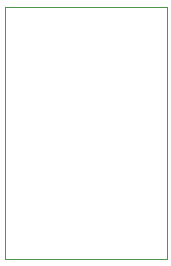
<source format=gm1>
G04 #@! TF.GenerationSoftware,KiCad,Pcbnew,(6.0.9)*
G04 #@! TF.CreationDate,2023-05-28T18:50:33+02:00*
G04 #@! TF.ProjectId,SOIC-SSOP-DIP adapter,534f4943-2d53-4534-9f50-2d4449502061,rev?*
G04 #@! TF.SameCoordinates,Original*
G04 #@! TF.FileFunction,Profile,NP*
%FSLAX46Y46*%
G04 Gerber Fmt 4.6, Leading zero omitted, Abs format (unit mm)*
G04 Created by KiCad (PCBNEW (6.0.9)) date 2023-05-28 18:50:33*
%MOMM*%
%LPD*%
G01*
G04 APERTURE LIST*
G04 #@! TA.AperFunction,Profile*
%ADD10C,0.100000*%
G04 #@! TD*
G04 APERTURE END LIST*
D10*
X100838000Y-79502000D02*
X87122000Y-79502000D01*
X87122000Y-100838000D02*
X100838000Y-100838000D01*
X100838000Y-100838000D02*
X100838000Y-79502000D01*
X87122000Y-79502000D02*
X87122000Y-100838000D01*
M02*

</source>
